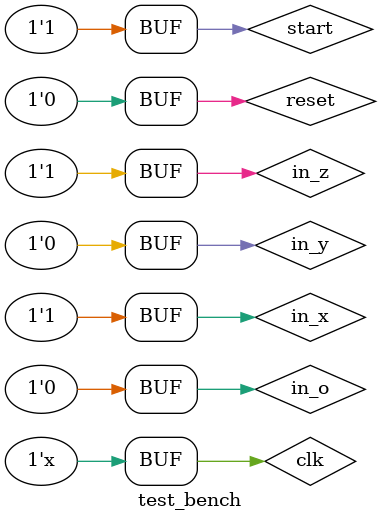
<source format=v>
module test_bench;

reg clk, reset, start, in_x, in_y, in_z, in_o, ready;
wire out_x1,out_x2,out_x3,out_x4,out_y1,out_y2,out_y3,out_y4,out_z1,out_z2,out_z3,out_z4,done,z_out;

dish_washer DW(
    .clk(clk),
    .reset(reset),
    .start(start),
    .in_x(in_x),
    .in_y(in_y),
    .in_z(in_z),
    .in_o(in_o),
    .out_x1(out_x1), .out_x2(out_x2), .out_x3(out_x3), .out_x4(out_x4),
    .out_y1(out_y1), .out_y2(out_y2), .out_y3(out_y3), .out_y4(out_y4),
    .out_z1(out_z1), .out_z2(out_z2), .out_z3(out_z3), .out_z4(out_z4),
    .done(done)
);

connect CN (
    .out_x1(out_x1), .out_x2(out_x2), .out_x3(out_x3), .out_x4(out_x4),
    .out_y1(out_y1), .out_y2(out_y2), .out_y3(out_y3), .out_y4(out_y4),
    .out_z1(out_z1), .out_z2(out_z2), .out_z3(out_z3), .out_z4(out_z4),
    .done(done),
    .z_out(z_out)
);



initial begin
    clk =0;
    reset=1;
    start=0;
    #5;
    clk=1;
    reset=0;
    start=1;
    in_x = 1;
    in_y = 1;
    in_z = 1;
    in_o = 1;
    #5;
    in_x = 1;
    in_y = 0;
    in_z = 1;
    in_o = 0;

end
always #5 clk = !clk;

endmodule
</source>
